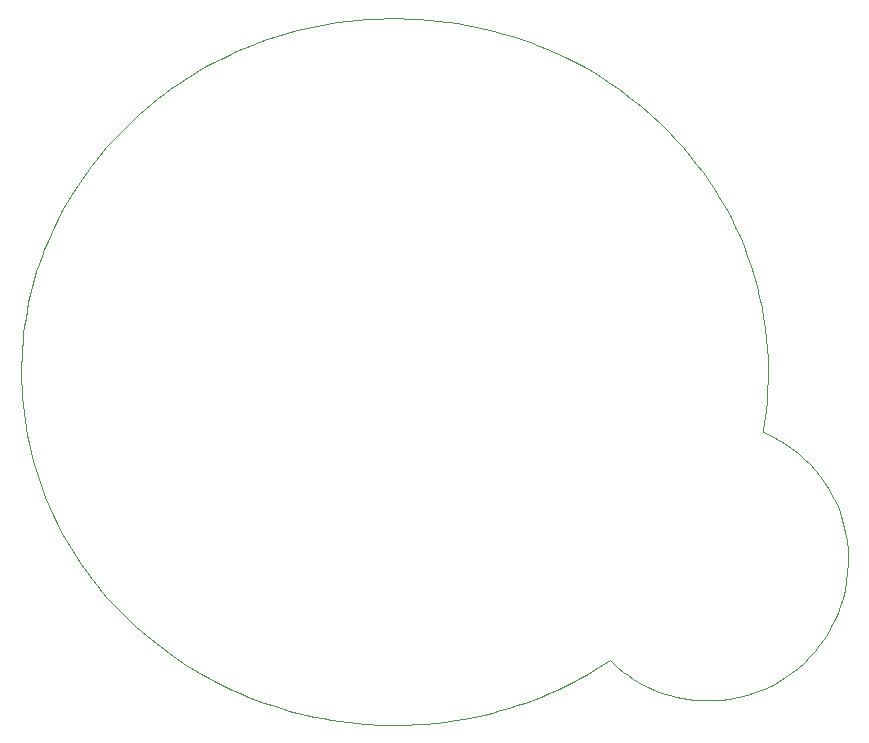
<source format=gm1>
G04 #@! TF.FileFunction,Profile,NP*
%FSLAX46Y46*%
G04 Gerber Fmt 4.6, Leading zero omitted, Abs format (unit mm)*
G04 Created by KiCad (PCBNEW 4.0.7) date 07/17/18 15:25:19*
%MOMM*%
%LPD*%
G01*
G04 APERTURE LIST*
%ADD10C,0.100000*%
G04 APERTURE END LIST*
D10*
X184402817Y-108365598D02*
X184214268Y-107748731D01*
X184214268Y-107748731D02*
X183993043Y-107143446D01*
X183993043Y-107143446D02*
X183739554Y-106551397D01*
X183739554Y-106551397D02*
X183454215Y-105974239D01*
X183454215Y-105974239D02*
X183137439Y-105413627D01*
X183137439Y-105413627D02*
X182789642Y-104871214D01*
X182789642Y-104871214D02*
X182411235Y-104348657D01*
X182411235Y-104348657D02*
X182002633Y-103847608D01*
X182002633Y-103847608D02*
X181536467Y-103331665D01*
X181536467Y-103331665D02*
X181039692Y-102843850D01*
X181039692Y-102843850D02*
X180514789Y-102385818D01*
X180514789Y-102385818D02*
X179964242Y-101959222D01*
X179964242Y-101959222D02*
X179390531Y-101565717D01*
X179390531Y-101565717D02*
X178796138Y-101206959D01*
X178796138Y-101206959D02*
X178183544Y-100884601D01*
X178183544Y-100884601D02*
X177555233Y-100600298D01*
X177555233Y-100600298D02*
X177700023Y-99724358D01*
X177700023Y-99724358D02*
X177816788Y-98844281D01*
X177816788Y-98844281D02*
X177905638Y-97960895D01*
X177905638Y-97960895D02*
X177966668Y-97075027D01*
X177966668Y-97075027D02*
X177999978Y-96187504D01*
X177999978Y-96187504D02*
X178005678Y-95299154D01*
X178005678Y-95299154D02*
X177983878Y-94410804D01*
X177983878Y-94410804D02*
X177934668Y-93523282D01*
X177934668Y-93523282D02*
X177858168Y-92637414D01*
X177858168Y-92637414D02*
X177754467Y-91754027D01*
X177754467Y-91754027D02*
X177623672Y-90873950D01*
X177623672Y-90873950D02*
X177465888Y-89998010D01*
X177465888Y-89998010D02*
X177281217Y-89127033D01*
X177281217Y-89127033D02*
X177069764Y-88261847D01*
X177069764Y-88261847D02*
X176831631Y-87403280D01*
X176831631Y-87403280D02*
X176566922Y-86552158D01*
X176566922Y-86552158D02*
X176275008Y-85703475D01*
X176275008Y-85703475D02*
X175955639Y-84865287D01*
X175955639Y-84865287D02*
X175609487Y-84038164D01*
X175609487Y-84038164D02*
X175237225Y-83222675D01*
X175237225Y-83222675D02*
X174839524Y-82419388D01*
X174839524Y-82419388D02*
X174417056Y-81628871D01*
X174417056Y-81628871D02*
X173970494Y-80851695D01*
X173970494Y-80851695D02*
X173500510Y-80088427D01*
X173500510Y-80088427D02*
X173007777Y-79339636D01*
X173007777Y-79339636D02*
X172492965Y-78605891D01*
X172492965Y-78605891D02*
X171956748Y-77887761D01*
X171956748Y-77887761D02*
X171399798Y-77185814D01*
X171399798Y-77185814D02*
X170822787Y-76500620D01*
X170822787Y-76500620D02*
X170226386Y-75832747D01*
X170226386Y-75832747D02*
X169611268Y-75182763D01*
X169611268Y-75182763D02*
X168978106Y-74551238D01*
X168978106Y-74551238D02*
X168129603Y-73760437D01*
X168129603Y-73760437D02*
X167252973Y-73003140D01*
X167252973Y-73003140D02*
X166349870Y-72279763D01*
X166349870Y-72279763D02*
X165421950Y-71590717D01*
X165421950Y-71590717D02*
X164470866Y-70936416D01*
X164470866Y-70936416D02*
X163498273Y-70317274D01*
X163498273Y-70317274D02*
X162505825Y-69733703D01*
X162505825Y-69733703D02*
X161495178Y-69186118D01*
X161495178Y-69186118D02*
X160782563Y-68831220D01*
X160782563Y-68831220D02*
X160061313Y-68494522D01*
X160061313Y-68494522D02*
X159331895Y-68176024D01*
X159331895Y-68176024D02*
X158594772Y-67875726D01*
X158594772Y-67875726D02*
X157850410Y-67593627D01*
X157850410Y-67593627D02*
X157099276Y-67329728D01*
X157099276Y-67329728D02*
X156341833Y-67084029D01*
X156341833Y-67084029D02*
X155578548Y-66856531D01*
X155578548Y-66856531D02*
X154809885Y-66647231D01*
X154809885Y-66647231D02*
X154036311Y-66456132D01*
X154036311Y-66456132D02*
X153258290Y-66283233D01*
X153258290Y-66283233D02*
X152476287Y-66128534D01*
X152476287Y-66128534D02*
X151690769Y-65992035D01*
X151690769Y-65992035D02*
X150902201Y-65873736D01*
X150902201Y-65873736D02*
X150111047Y-65773637D01*
X150111047Y-65773637D02*
X149317773Y-65691738D01*
X149317773Y-65691738D02*
X148450062Y-65629709D01*
X148450062Y-65629709D02*
X147581265Y-65589293D01*
X147581265Y-65589293D02*
X146711952Y-65570592D01*
X146711952Y-65570592D02*
X145842690Y-65573712D01*
X145842690Y-65573712D02*
X144974048Y-65598754D01*
X144974048Y-65598754D02*
X144106596Y-65645822D01*
X144106596Y-65645822D02*
X143240902Y-65715019D01*
X143240902Y-65715019D02*
X142377534Y-65806449D01*
X142377534Y-65806449D02*
X141517062Y-65920216D01*
X141517062Y-65920216D02*
X140660054Y-66056422D01*
X140660054Y-66056422D02*
X139807079Y-66215172D01*
X139807079Y-66215172D02*
X138958706Y-66396568D01*
X138958706Y-66396568D02*
X138115503Y-66600715D01*
X138115503Y-66600715D02*
X137278039Y-66827715D01*
X137278039Y-66827715D02*
X136446883Y-67077672D01*
X136446883Y-67077672D02*
X135622604Y-67350689D01*
X135622604Y-67350689D02*
X134956713Y-67583522D01*
X134956713Y-67583522D02*
X134296147Y-67831814D01*
X134296147Y-67831814D02*
X133641268Y-68095308D01*
X133641268Y-68095308D02*
X132992439Y-68373744D01*
X132992439Y-68373744D02*
X132350021Y-68666864D01*
X132350021Y-68666864D02*
X131714377Y-68974410D01*
X131714377Y-68974410D02*
X131085868Y-69296123D01*
X131085868Y-69296123D02*
X130464856Y-69631744D01*
X130464856Y-69631744D02*
X129851702Y-69981015D01*
X129851702Y-69981015D02*
X129246770Y-70343678D01*
X129246770Y-70343678D02*
X128650421Y-70719474D01*
X128650421Y-70719474D02*
X128063017Y-71108144D01*
X128063017Y-71108144D02*
X127484919Y-71509430D01*
X127484919Y-71509430D02*
X126916491Y-71923074D01*
X126916491Y-71923074D02*
X126358093Y-72348816D01*
X126358093Y-72348816D02*
X125810087Y-72786399D01*
X125810087Y-72786399D02*
X124794683Y-73654826D01*
X124794683Y-73654826D02*
X123815265Y-74565029D01*
X123815265Y-74565029D02*
X122874728Y-75515768D01*
X122874728Y-75515768D02*
X121975969Y-76505803D01*
X121975969Y-76505803D02*
X121121882Y-77533892D01*
X121121882Y-77533892D02*
X120712496Y-78061819D01*
X120712496Y-78061819D02*
X120315364Y-78598794D01*
X120315364Y-78598794D02*
X119930847Y-79144663D01*
X119930847Y-79144663D02*
X119559308Y-79699270D01*
X119559308Y-79699270D02*
X119201110Y-80262461D01*
X119201110Y-80262461D02*
X118856612Y-80834079D01*
X118856612Y-80834079D02*
X118512908Y-81414339D01*
X118512908Y-81414339D02*
X118183422Y-82003285D01*
X118183422Y-82003285D02*
X117868310Y-82600504D01*
X117868310Y-82600504D02*
X117567727Y-83205582D01*
X117567727Y-83205582D02*
X117281827Y-83818106D01*
X117281827Y-83818106D02*
X117010767Y-84437662D01*
X117010767Y-84437662D02*
X116754702Y-85063836D01*
X116754702Y-85063836D02*
X116513785Y-85696214D01*
X116513785Y-85696214D02*
X116288174Y-86334383D01*
X116288174Y-86334383D02*
X116078021Y-86977930D01*
X116078021Y-86977930D02*
X115883484Y-87626440D01*
X115883484Y-87626440D02*
X115704716Y-88279501D01*
X115704716Y-88279501D02*
X115541873Y-88936697D01*
X115541873Y-88936697D02*
X115395110Y-89597617D01*
X115395110Y-89597617D02*
X115264583Y-90261845D01*
X115264583Y-90261845D02*
X115150445Y-90928969D01*
X115150445Y-90928969D02*
X115052405Y-91585742D01*
X115052405Y-91585742D02*
X114970032Y-92245360D01*
X114970032Y-92245360D02*
X114903273Y-92907356D01*
X114903273Y-92907356D02*
X114852077Y-93571265D01*
X114852077Y-93571265D02*
X114816392Y-94236622D01*
X114816392Y-94236622D02*
X114796167Y-94902962D01*
X114796167Y-94902962D02*
X114791350Y-95569818D01*
X114791350Y-95569818D02*
X114801889Y-96236727D01*
X114801889Y-96236727D02*
X114827733Y-96903221D01*
X114827733Y-96903221D02*
X114868829Y-97568837D01*
X114868829Y-97568837D02*
X114925127Y-98233108D01*
X114925127Y-98233108D02*
X114996573Y-98895569D01*
X114996573Y-98895569D02*
X115083118Y-99555755D01*
X115083118Y-99555755D02*
X115184708Y-100213201D01*
X115184708Y-100213201D02*
X115301293Y-100867441D01*
X115301293Y-100867441D02*
X115432820Y-101518009D01*
X115432820Y-101518009D02*
X115609795Y-102302598D01*
X115609795Y-102302598D02*
X115809572Y-103080930D01*
X115809572Y-103080930D02*
X116031789Y-103852540D01*
X116031789Y-103852540D02*
X116276083Y-104616964D01*
X116276083Y-104616964D02*
X116542094Y-105373735D01*
X116542094Y-105373735D02*
X116829458Y-106122388D01*
X116829458Y-106122388D02*
X117137814Y-106862458D01*
X117137814Y-106862458D02*
X117466800Y-107593480D01*
X117466800Y-107593480D02*
X117816054Y-108314989D01*
X117816054Y-108314989D02*
X118185214Y-109026518D01*
X118185214Y-109026518D02*
X118573919Y-109727603D01*
X118573919Y-109727603D02*
X118981806Y-110417779D01*
X118981806Y-110417779D02*
X119408513Y-111096579D01*
X119408513Y-111096579D02*
X119853679Y-111763540D01*
X119853679Y-111763540D02*
X120316941Y-112418195D01*
X120316941Y-112418195D02*
X120797938Y-113060079D01*
X120797938Y-113060079D02*
X121214416Y-113591168D01*
X121214416Y-113591168D02*
X121642993Y-114112227D01*
X121642993Y-114112227D02*
X122083359Y-114623151D01*
X122083359Y-114623151D02*
X122535203Y-115123839D01*
X122535203Y-115123839D02*
X122998216Y-115614185D01*
X122998216Y-115614185D02*
X123472086Y-116094087D01*
X123472086Y-116094087D02*
X124451159Y-117022145D01*
X124451159Y-117022145D02*
X125469941Y-117907186D01*
X125469941Y-117907186D02*
X126525950Y-118748381D01*
X126525950Y-118748381D02*
X127616705Y-119544905D01*
X127616705Y-119544905D02*
X128739723Y-120295929D01*
X128739723Y-120295929D02*
X129366319Y-120685564D01*
X129366319Y-120685564D02*
X130001654Y-121060257D01*
X130001654Y-121060257D02*
X130645364Y-121419955D01*
X130645364Y-121419955D02*
X131297089Y-121764607D01*
X131297089Y-121764607D02*
X131956465Y-122094162D01*
X131956465Y-122094162D02*
X132623133Y-122408566D01*
X132623133Y-122408566D02*
X133296728Y-122707770D01*
X133296728Y-122707770D02*
X133976890Y-122991722D01*
X133976890Y-122991722D02*
X134663256Y-123260368D01*
X134663256Y-123260368D02*
X135355466Y-123513659D01*
X135355466Y-123513659D02*
X136053155Y-123751541D01*
X136053155Y-123751541D02*
X136755964Y-123973965D01*
X136755964Y-123973965D02*
X137463529Y-124180877D01*
X137463529Y-124180877D02*
X138175489Y-124372226D01*
X138175489Y-124372226D02*
X138891482Y-124547961D01*
X138891482Y-124547961D02*
X139611146Y-124708029D01*
X139611146Y-124708029D02*
X140325975Y-124845426D01*
X140325975Y-124845426D02*
X141041218Y-124966691D01*
X141041218Y-124966691D02*
X141757289Y-125072238D01*
X141757289Y-125072238D02*
X142474600Y-125162478D01*
X142474600Y-125162478D02*
X143914600Y-125298701D01*
X143914600Y-125298701D02*
X145364527Y-125378671D01*
X145364527Y-125378671D02*
X147376448Y-125378671D01*
X147376448Y-125378671D02*
X148198547Y-125342271D01*
X148198547Y-125342271D02*
X149022714Y-125286011D01*
X149022714Y-125286011D02*
X149847708Y-125209901D01*
X149847708Y-125209901D02*
X150672289Y-125113941D01*
X150672289Y-125113941D02*
X151495215Y-124998123D01*
X151495215Y-124998123D02*
X152315246Y-124862451D01*
X152315246Y-124862451D02*
X153131140Y-124706923D01*
X153131140Y-124706923D02*
X153941658Y-124531541D01*
X153941658Y-124531541D02*
X154654290Y-124358237D01*
X154654290Y-124358237D02*
X155362423Y-124169266D01*
X155362423Y-124169266D02*
X156065697Y-123964681D01*
X156065697Y-123964681D02*
X156763748Y-123744533D01*
X156763748Y-123744533D02*
X157456216Y-123508873D01*
X157456216Y-123508873D02*
X158142737Y-123257754D01*
X158142737Y-123257754D02*
X158822951Y-122991227D01*
X158822951Y-122991227D02*
X159496495Y-122709343D01*
X159496495Y-122709343D02*
X160163007Y-122412156D01*
X160163007Y-122412156D02*
X160822125Y-122099715D01*
X160822125Y-122099715D02*
X161473488Y-121772074D01*
X161473488Y-121772074D02*
X162116733Y-121429283D01*
X162116733Y-121429283D02*
X162751498Y-121071395D01*
X162751498Y-121071395D02*
X163377423Y-120698460D01*
X163377423Y-120698460D02*
X163994143Y-120310532D01*
X163994143Y-120310532D02*
X164601299Y-119907661D01*
X164601299Y-119907661D02*
X164966004Y-120256709D01*
X164966004Y-120256709D02*
X165344876Y-120588849D01*
X165344876Y-120588849D02*
X165737191Y-120903720D01*
X165737191Y-120903720D02*
X166142225Y-121200959D01*
X166142225Y-121200959D02*
X166559255Y-121480206D01*
X166559255Y-121480206D02*
X166987557Y-121741097D01*
X166987557Y-121741097D02*
X167426406Y-121983272D01*
X167426406Y-121983272D02*
X167875079Y-122206367D01*
X167875079Y-122206367D02*
X168332852Y-122410022D01*
X168332852Y-122410022D02*
X168799001Y-122593874D01*
X168799001Y-122593874D02*
X169272802Y-122757561D01*
X169272802Y-122757561D02*
X169753532Y-122900722D01*
X169753532Y-122900722D02*
X170240466Y-123022994D01*
X170240466Y-123022994D02*
X170732881Y-123124016D01*
X170732881Y-123124016D02*
X171230053Y-123203426D01*
X171230053Y-123203426D02*
X171731257Y-123260866D01*
X171731257Y-123260866D02*
X172486967Y-123315536D01*
X172486967Y-123315536D02*
X173243505Y-123320936D01*
X173243505Y-123320936D02*
X173998388Y-123277576D01*
X173998388Y-123277576D02*
X174749135Y-123185816D01*
X174749135Y-123185816D02*
X175493264Y-123046076D01*
X175493264Y-123046076D02*
X176228293Y-122858768D01*
X176228293Y-122858768D02*
X176951741Y-122624306D01*
X176951741Y-122624306D02*
X177661125Y-122343102D01*
X177661125Y-122343102D02*
X178274683Y-122058868D01*
X178274683Y-122058868D02*
X178870041Y-121736993D01*
X178870041Y-121736993D02*
X179445545Y-121379544D01*
X179445545Y-121379544D02*
X179999539Y-120988591D01*
X179999539Y-120988591D02*
X180530370Y-120566201D01*
X180530370Y-120566201D02*
X181036383Y-120114442D01*
X181036383Y-120114442D02*
X181515924Y-119635383D01*
X181515924Y-119635383D02*
X181967338Y-119131092D01*
X181967338Y-119131092D02*
X182364289Y-118631629D01*
X182364289Y-118631629D02*
X182733940Y-118113551D01*
X182733940Y-118113551D02*
X183075464Y-117578101D01*
X183075464Y-117578101D02*
X183388033Y-117026518D01*
X183388033Y-117026518D02*
X183670821Y-116460045D01*
X183670821Y-116460045D02*
X183923000Y-115879922D01*
X183923000Y-115879922D02*
X184143743Y-115287391D01*
X184143743Y-115287391D02*
X184332223Y-114683692D01*
X184332223Y-114683692D02*
X184430113Y-114313007D01*
X184430113Y-114313007D02*
X184513113Y-113941908D01*
X184513113Y-113941908D02*
X184641064Y-113196814D01*
X184641064Y-113196814D02*
X184729304Y-112445102D01*
X184729304Y-112445102D02*
X184791074Y-111683462D01*
X184791074Y-111683462D02*
X184791074Y-111224602D01*
X184791074Y-111224602D02*
X184765154Y-110524735D01*
X184765154Y-110524735D02*
X184689594Y-109808319D01*
X184689594Y-109808319D02*
X184567709Y-109085285D01*
X184567709Y-109085285D02*
X184402807Y-108365562D01*
X184402807Y-108365562D02*
X184402807Y-108365562D01*
X184402807Y-108365562D02*
X184402817Y-108365598D01*
M02*

</source>
